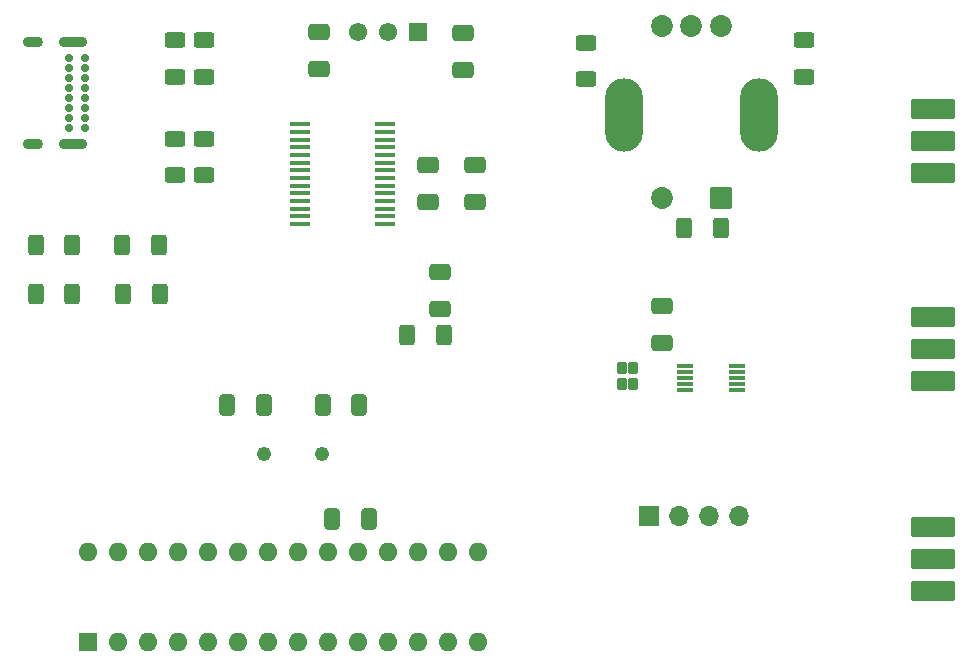
<source format=gbr>
%TF.GenerationSoftware,KiCad,Pcbnew,7.0.2*%
%TF.CreationDate,2024-01-20T15:19:51+00:00*%
%TF.ProjectId,Si5351a and Audio Gain Board,53693533-3531-4612-9061-6e6420417564,rev?*%
%TF.SameCoordinates,Original*%
%TF.FileFunction,Soldermask,Top*%
%TF.FilePolarity,Negative*%
%FSLAX46Y46*%
G04 Gerber Fmt 4.6, Leading zero omitted, Abs format (unit mm)*
G04 Created by KiCad (PCBNEW 7.0.2) date 2024-01-20 15:19:51*
%MOMM*%
%LPD*%
G01*
G04 APERTURE LIST*
G04 Aperture macros list*
%AMRoundRect*
0 Rectangle with rounded corners*
0 $1 Rounding radius*
0 $2 $3 $4 $5 $6 $7 $8 $9 X,Y pos of 4 corners*
0 Add a 4 corners polygon primitive as box body*
4,1,4,$2,$3,$4,$5,$6,$7,$8,$9,$2,$3,0*
0 Add four circle primitives for the rounded corners*
1,1,$1+$1,$2,$3*
1,1,$1+$1,$4,$5*
1,1,$1+$1,$6,$7*
1,1,$1+$1,$8,$9*
0 Add four rect primitives between the rounded corners*
20,1,$1+$1,$2,$3,$4,$5,0*
20,1,$1+$1,$4,$5,$6,$7,0*
20,1,$1+$1,$6,$7,$8,$9,0*
20,1,$1+$1,$8,$9,$2,$3,0*%
G04 Aperture macros list end*
%ADD10O,1.600000X1.600000*%
%ADD11R,1.600000X1.600000*%
%ADD12C,1.211000*%
%ADD13RoundRect,0.250000X0.400000X0.625000X-0.400000X0.625000X-0.400000X-0.625000X0.400000X-0.625000X0*%
%ADD14RoundRect,0.250000X-0.650000X0.412500X-0.650000X-0.412500X0.650000X-0.412500X0.650000X0.412500X0*%
%ADD15RoundRect,0.250000X-0.412500X-0.650000X0.412500X-0.650000X0.412500X0.650000X-0.412500X0.650000X0*%
%ADD16RoundRect,0.250000X0.412500X0.650000X-0.412500X0.650000X-0.412500X-0.650000X0.412500X-0.650000X0*%
%ADD17RoundRect,0.102000X0.675000X0.675000X-0.675000X0.675000X-0.675000X-0.675000X0.675000X-0.675000X0*%
%ADD18C,1.554000*%
%ADD19RoundRect,0.250000X-0.400000X-0.625000X0.400000X-0.625000X0.400000X0.625000X-0.400000X0.625000X0*%
%ADD20RoundRect,0.250000X0.650000X-0.412500X0.650000X0.412500X-0.650000X0.412500X-0.650000X-0.412500X0*%
%ADD21RoundRect,0.102000X0.825000X0.825000X-0.825000X0.825000X-0.825000X-0.825000X0.825000X-0.825000X0*%
%ADD22C,1.854000*%
%ADD23O,3.204000X6.204000*%
%ADD24RoundRect,0.250000X0.625000X-0.400000X0.625000X0.400000X-0.625000X0.400000X-0.625000X-0.400000X0*%
%ADD25RoundRect,0.250000X-0.625000X0.400000X-0.625000X-0.400000X0.625000X-0.400000X0.625000X0.400000X0*%
%ADD26RoundRect,0.102000X1.750000X0.750000X-1.750000X0.750000X-1.750000X-0.750000X1.750000X-0.750000X0*%
%ADD27C,0.700000*%
%ADD28O,2.400000X0.900000*%
%ADD29O,1.700000X0.900000*%
%ADD30R,1.700000X1.700000*%
%ADD31O,1.700000X1.700000*%
%ADD32R,1.400000X0.300000*%
%ADD33R,1.750000X0.450000*%
%ADD34RoundRect,0.102000X0.350000X0.375000X-0.350000X0.375000X-0.350000X-0.375000X0.350000X-0.375000X0*%
G04 APERTURE END LIST*
D10*
%TO.C,U2*%
X103520000Y-104580000D03*
X106060000Y-104580000D03*
X108600000Y-104580000D03*
X111140000Y-104580000D03*
X113680000Y-104580000D03*
X116220000Y-104580000D03*
X118760000Y-104580000D03*
X121300000Y-104580000D03*
X123840000Y-104580000D03*
X126380000Y-104580000D03*
X128920000Y-104580000D03*
X131460000Y-104580000D03*
X134000000Y-104580000D03*
X136540000Y-104580000D03*
X136540000Y-112200000D03*
X134000000Y-112200000D03*
X131460000Y-112200000D03*
X128920000Y-112200000D03*
X126380000Y-112200000D03*
X123840000Y-112200000D03*
X121300000Y-112200000D03*
X118760000Y-112200000D03*
X116220000Y-112200000D03*
X113680000Y-112200000D03*
X111140000Y-112200000D03*
X108600000Y-112200000D03*
X106060000Y-112200000D03*
D11*
X103520000Y-112200000D03*
%TD*%
D12*
%TO.C,Y2*%
X123320000Y-96325000D03*
X118440000Y-96325000D03*
%TD*%
D13*
%TO.C,R10*%
X133670000Y-86200000D03*
X130570000Y-86200000D03*
%TD*%
D14*
%TO.C,C9*%
X132320000Y-71837500D03*
X132320000Y-74962500D03*
%TD*%
D15*
%TO.C,C8*%
X124195000Y-101800000D03*
X127320000Y-101800000D03*
%TD*%
D16*
%TO.C,C7*%
X126520000Y-92200000D03*
X123395000Y-92200000D03*
%TD*%
D15*
%TO.C,C5*%
X115320000Y-92200000D03*
X118445000Y-92200000D03*
%TD*%
D14*
%TO.C,C4*%
X123120000Y-60600000D03*
X123120000Y-63725000D03*
%TD*%
D17*
%TO.C,U3*%
X131460000Y-60600000D03*
D18*
X128920000Y-60600000D03*
X126380000Y-60600000D03*
%TD*%
D19*
%TO.C,R7*%
X102220000Y-82800000D03*
X99120000Y-82800000D03*
%TD*%
%TO.C,R6*%
X102220000Y-78600000D03*
X99120000Y-78600000D03*
%TD*%
D13*
%TO.C,D2*%
X106520000Y-82800000D03*
X109620000Y-82800000D03*
%TD*%
D20*
%TO.C,C6*%
X133320000Y-84000000D03*
X133320000Y-80875000D03*
%TD*%
D21*
%TO.C,MT1*%
X157120000Y-74600000D03*
D22*
X152120000Y-74600000D03*
X157120000Y-60100000D03*
X152120000Y-60100000D03*
X154620000Y-60100000D03*
D23*
X160320000Y-67600000D03*
X148920000Y-67600000D03*
%TD*%
D24*
%TO.C,R9*%
X164120000Y-64400000D03*
X164120000Y-61300000D03*
%TD*%
D13*
%TO.C,R8*%
X157120000Y-77200000D03*
X154020000Y-77200000D03*
%TD*%
D24*
%TO.C,R5*%
X145720000Y-64600000D03*
X145720000Y-61500000D03*
%TD*%
%TO.C,R4*%
X113320000Y-64400000D03*
X113320000Y-61300000D03*
%TD*%
%TO.C,R3*%
X110920000Y-64400000D03*
X110920000Y-61300000D03*
%TD*%
D25*
%TO.C,R2*%
X113320000Y-69600000D03*
X113320000Y-72700000D03*
%TD*%
%TO.C,R1*%
X110920000Y-69600000D03*
X110920000Y-72700000D03*
%TD*%
D26*
%TO.C,J3*%
X175120000Y-84700000D03*
X175120000Y-90100000D03*
X175120000Y-87400000D03*
%TD*%
D27*
%TO.C,J1*%
X103270000Y-62750000D03*
X103270000Y-63600000D03*
X103270000Y-64450000D03*
X103270000Y-65300000D03*
X103270000Y-66150000D03*
X103270000Y-67000000D03*
X103270000Y-67850000D03*
X103270000Y-68700000D03*
X101920000Y-68700000D03*
X101920000Y-67850000D03*
X101920000Y-67000000D03*
X101920000Y-66150000D03*
X101920000Y-65300000D03*
X101920000Y-64450000D03*
X101920000Y-63600000D03*
X101920000Y-62750000D03*
D28*
X102290000Y-61400000D03*
D29*
X98910000Y-61400000D03*
D28*
X102290000Y-70050000D03*
D29*
X98910000Y-70050000D03*
%TD*%
D30*
%TO.C,J5*%
X151040000Y-101600000D03*
D31*
X153580000Y-101600000D03*
X156120000Y-101600000D03*
X158660000Y-101600000D03*
%TD*%
D26*
%TO.C,J4*%
X175120000Y-102500000D03*
X175120000Y-107900000D03*
X175120000Y-105200000D03*
%TD*%
D20*
%TO.C,C3*%
X136320000Y-74962500D03*
X136320000Y-71837500D03*
%TD*%
D32*
%TO.C,U1*%
X154120000Y-88900000D03*
X154120000Y-89400000D03*
X154120000Y-89900000D03*
X154120000Y-90400000D03*
X154120000Y-90900000D03*
X158520000Y-90900000D03*
X158520000Y-90400000D03*
X158520000Y-89900000D03*
X158520000Y-89400000D03*
X158520000Y-88900000D03*
%TD*%
D33*
%TO.C,U5*%
X128720000Y-76850000D03*
X128720000Y-76200000D03*
X128720000Y-75550000D03*
X128720000Y-74900000D03*
X128720000Y-74250000D03*
X128720000Y-73600000D03*
X128720000Y-72950000D03*
X128720000Y-72300000D03*
X128720000Y-71650000D03*
X128720000Y-71000000D03*
X128720000Y-70350000D03*
X128720000Y-69700000D03*
X128720000Y-69050000D03*
X128720000Y-68400000D03*
X121520000Y-68400000D03*
X121520000Y-69050000D03*
X121520000Y-69700000D03*
X121520000Y-70350000D03*
X121520000Y-71000000D03*
X121520000Y-71650000D03*
X121520000Y-72300000D03*
X121520000Y-72950000D03*
X121520000Y-73600000D03*
X121520000Y-74250000D03*
X121520000Y-74900000D03*
X121520000Y-75550000D03*
X121520000Y-76200000D03*
X121520000Y-76850000D03*
%TD*%
D34*
%TO.C,Y1*%
X149720000Y-90350000D03*
X149720000Y-89000000D03*
X148720000Y-89000000D03*
X148720000Y-90350000D03*
%TD*%
D13*
%TO.C,D1*%
X106420000Y-78600000D03*
X109520000Y-78600000D03*
%TD*%
D26*
%TO.C,J2*%
X175120000Y-69800000D03*
X175120000Y-72500000D03*
X175120000Y-67100000D03*
%TD*%
D14*
%TO.C,C2*%
X135320000Y-60675000D03*
X135320000Y-63800000D03*
%TD*%
D20*
%TO.C,C1*%
X152120000Y-86925000D03*
X152120000Y-83800000D03*
%TD*%
M02*

</source>
